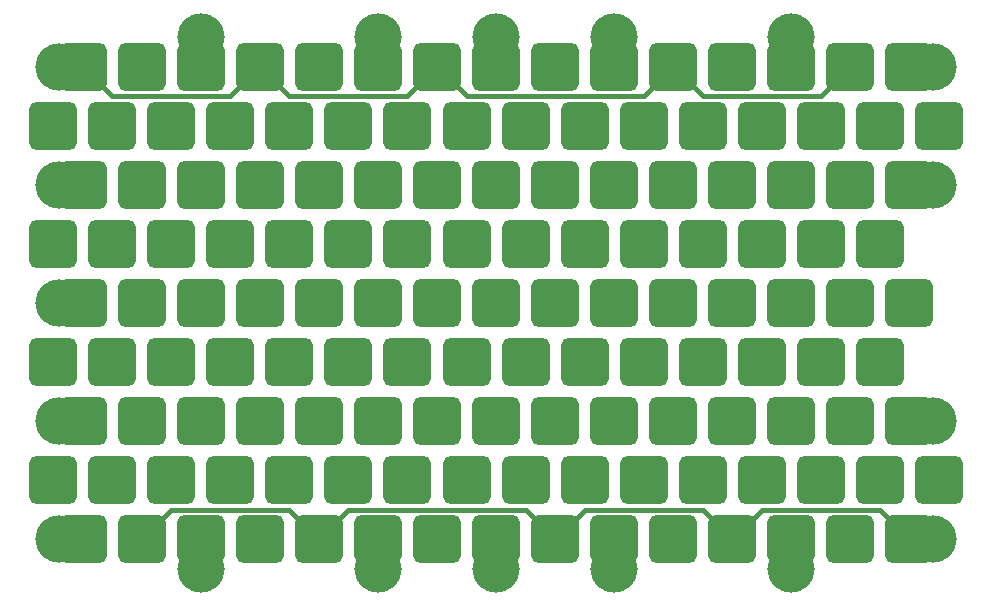
<source format=gtl>
G04*
G04 #@! TF.GenerationSoftware,Altium Limited,Altium Designer,24.6.1 (21)*
G04*
G04 Layer_Physical_Order=1*
G04 Layer_Color=255*
%FSLAX44Y44*%
%MOMM*%
G71*
G04*
G04 #@! TF.SameCoordinates,E2912B81-FF12-4EFC-B30A-82F2F3841449*
G04*
G04*
G04 #@! TF.FilePolarity,Positive*
G04*
G01*
G75*
%ADD16C,0.4500*%
%ADD17C,4.0000*%
G04:AMPARAMS|DCode=18|XSize=4mm|YSize=4mm|CornerRadius=0.5mm|HoleSize=0mm|Usage=FLASHONLY|Rotation=180.000|XOffset=0mm|YOffset=0mm|HoleType=Round|Shape=RoundedRectangle|*
%AMROUNDEDRECTD18*
21,1,4.0000,3.0000,0,0,180.0*
21,1,3.0000,4.0000,0,0,180.0*
1,1,1.0000,-1.5000,1.5000*
1,1,1.0000,1.5000,1.5000*
1,1,1.0000,1.5000,-1.5000*
1,1,1.0000,-1.5000,-1.5000*
%
%ADD18ROUNDEDRECTD18*%
D16*
X600000Y-450000D02*
X625000Y-425000D01*
X575000D02*
X600000Y-450000D01*
X250000D02*
X275000Y-425000D01*
X225000D02*
X250000Y-450000D01*
X125000Y-425000D02*
X225000D01*
X100000Y-450000D02*
X125000Y-425000D01*
X450000Y-450000D02*
X475000Y-425000D01*
X725000D02*
X750000Y-450000D01*
X625000Y-425000D02*
X725000D01*
X475000D02*
X575000D01*
X425000D02*
X450000Y-450000D01*
X275000Y-425000D02*
X425000D01*
X375000Y-75000D02*
X525000D01*
X350000Y-50000D02*
X375000Y-75000D01*
X225000D02*
X325000D01*
X75000D02*
X175000D01*
X50000Y-50000D02*
X75000Y-75000D01*
X325000D02*
X350000Y-50000D01*
X675000Y-75000D02*
X700000Y-50000D01*
X575000Y-75000D02*
X675000D01*
X550000Y-50000D02*
X575000Y-75000D01*
X525000D02*
X550000Y-50000D01*
X200000D02*
X225000Y-75000D01*
X175000D02*
X200000Y-50000D01*
D17*
X770000Y-350000D02*
D03*
Y-150000D02*
D03*
X30000Y-350000D02*
D03*
Y-250000D02*
D03*
Y-150000D02*
D03*
X30000Y-450000D02*
D03*
X650000Y-475000D02*
D03*
X150000D02*
D03*
X300000D02*
D03*
X500000D02*
D03*
X400000D02*
D03*
X770000Y-450000D02*
D03*
X30000Y-50000D02*
D03*
X400000Y-25000D02*
D03*
X300000D02*
D03*
X500000D02*
D03*
X650000D02*
D03*
X150000D02*
D03*
X770000Y-50000D02*
D03*
D18*
X50000Y-450000D02*
D03*
X100000D02*
D03*
X150000D02*
D03*
X200000D02*
D03*
X250000D02*
D03*
X300000D02*
D03*
X400000D02*
D03*
X500000D02*
D03*
X550000D02*
D03*
X600000D02*
D03*
X650000D02*
D03*
X700000D02*
D03*
X750000D02*
D03*
X450000D02*
D03*
X350000D02*
D03*
X450000Y-50000D02*
D03*
X350000D02*
D03*
X775000Y-400000D02*
D03*
X725000D02*
D03*
X525000D02*
D03*
X675000D02*
D03*
X475000D02*
D03*
X425000D02*
D03*
X375000D02*
D03*
X325000D02*
D03*
X275000D02*
D03*
X225000D02*
D03*
X175000D02*
D03*
X125000D02*
D03*
X75000D02*
D03*
X25000D02*
D03*
X625000D02*
D03*
X575000D02*
D03*
X750000Y-350000D02*
D03*
X550000D02*
D03*
X700000D02*
D03*
X500000D02*
D03*
X450000D02*
D03*
X400000D02*
D03*
X350000D02*
D03*
X300000D02*
D03*
X250000D02*
D03*
X200000D02*
D03*
X150000D02*
D03*
X100000D02*
D03*
X50000D02*
D03*
X650000D02*
D03*
X600000D02*
D03*
X50000Y-50000D02*
D03*
X650000Y-150000D02*
D03*
X600000D02*
D03*
X625000Y-200000D02*
D03*
X575000D02*
D03*
X650000Y-250000D02*
D03*
X600000D02*
D03*
X250000Y-150000D02*
D03*
X200000D02*
D03*
X225000Y-200000D02*
D03*
X175000D02*
D03*
X250000Y-250000D02*
D03*
X200000D02*
D03*
X575000Y-300000D02*
D03*
X625000D02*
D03*
X25000D02*
D03*
X75000D02*
D03*
X125000D02*
D03*
X50000Y-250000D02*
D03*
X100000D02*
D03*
X150000D02*
D03*
X25000Y-200000D02*
D03*
X75000D02*
D03*
X125000D02*
D03*
X50000Y-150000D02*
D03*
X100000D02*
D03*
X150000D02*
D03*
X100000Y-50000D02*
D03*
X150000D02*
D03*
X200000D02*
D03*
X250000D02*
D03*
X300000D02*
D03*
X400000D02*
D03*
X500000D02*
D03*
X550000D02*
D03*
X600000D02*
D03*
X650000D02*
D03*
X700000D02*
D03*
X750000D02*
D03*
X475000Y-100000D02*
D03*
X425000D02*
D03*
X375000D02*
D03*
X325000D02*
D03*
X275000D02*
D03*
X225000D02*
D03*
X175000D02*
D03*
X125000D02*
D03*
X75000D02*
D03*
X25000D02*
D03*
X300000Y-250000D02*
D03*
X350000D02*
D03*
X400000D02*
D03*
X450000D02*
D03*
X500000D02*
D03*
X275000Y-200000D02*
D03*
X325000D02*
D03*
X375000D02*
D03*
X425000D02*
D03*
X475000D02*
D03*
X300000Y-150000D02*
D03*
X350000D02*
D03*
X400000D02*
D03*
X450000D02*
D03*
X500000D02*
D03*
X175000Y-300000D02*
D03*
X225000D02*
D03*
X275000D02*
D03*
X325000D02*
D03*
X375000D02*
D03*
X425000D02*
D03*
X475000D02*
D03*
X675000D02*
D03*
X525000D02*
D03*
X550000Y-250000D02*
D03*
X525000Y-200000D02*
D03*
X550000Y-150000D02*
D03*
X675000Y-100000D02*
D03*
X625000D02*
D03*
X575000D02*
D03*
X525000D02*
D03*
X700000Y-150000D02*
D03*
X675000Y-200000D02*
D03*
X700000Y-250000D02*
D03*
X725000Y-200000D02*
D03*
X750000Y-150000D02*
D03*
X725000Y-100000D02*
D03*
X775000D02*
D03*
X750000Y-250000D02*
D03*
X725000Y-300000D02*
D03*
M02*

</source>
